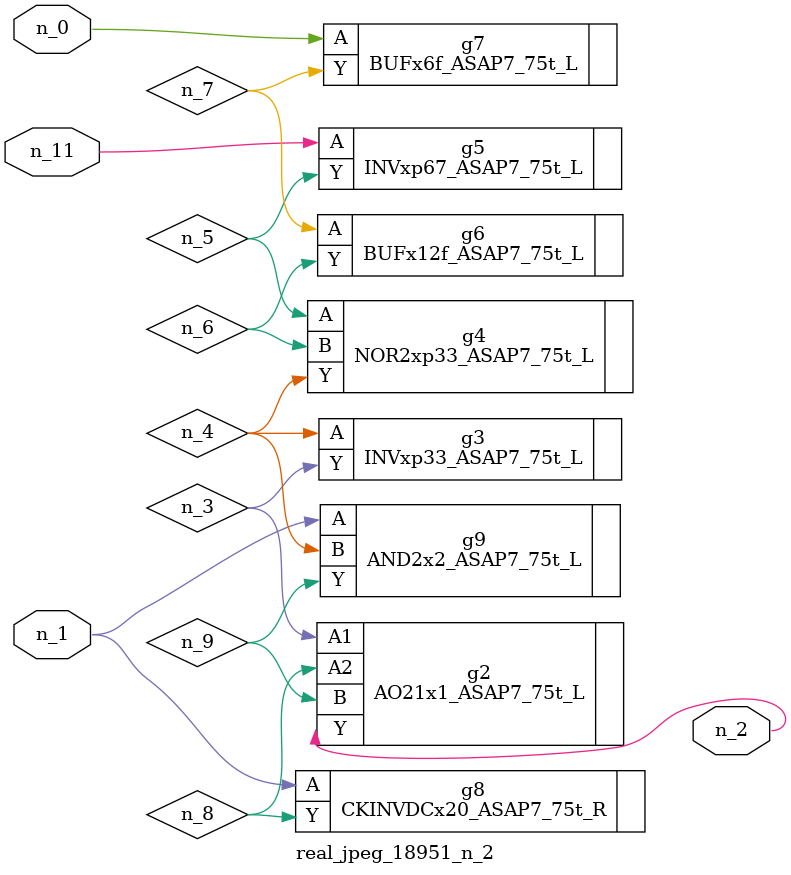
<source format=v>
module real_jpeg_18951_n_2 (n_1, n_11, n_0, n_2);

input n_1;
input n_11;
input n_0;

output n_2;

wire n_5;
wire n_8;
wire n_4;
wire n_6;
wire n_7;
wire n_3;
wire n_9;

BUFx6f_ASAP7_75t_L g7 ( 
.A(n_0),
.Y(n_7)
);

CKINVDCx20_ASAP7_75t_R g8 ( 
.A(n_1),
.Y(n_8)
);

AND2x2_ASAP7_75t_L g9 ( 
.A(n_1),
.B(n_4),
.Y(n_9)
);

AO21x1_ASAP7_75t_L g2 ( 
.A1(n_3),
.A2(n_8),
.B(n_9),
.Y(n_2)
);

INVxp33_ASAP7_75t_L g3 ( 
.A(n_4),
.Y(n_3)
);

NOR2xp33_ASAP7_75t_L g4 ( 
.A(n_5),
.B(n_6),
.Y(n_4)
);

BUFx12f_ASAP7_75t_L g6 ( 
.A(n_7),
.Y(n_6)
);

INVxp67_ASAP7_75t_L g5 ( 
.A(n_11),
.Y(n_5)
);


endmodule
</source>
